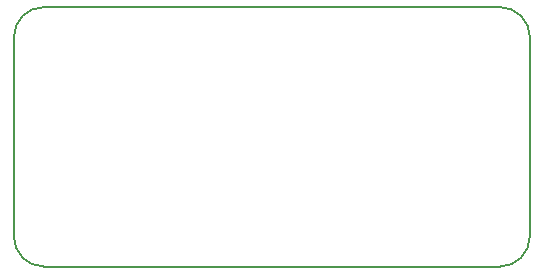
<source format=gko>
G04*
G04 #@! TF.GenerationSoftware,Altium Limited,Altium Designer,21.6.4 (81)*
G04*
G04 Layer_Color=16711935*
%FSLAX44Y44*%
%MOMM*%
G71*
G04*
G04 #@! TF.SameCoordinates,711A6483-5E67-4E50-9913-089A3A40D486*
G04*
G04*
G04 #@! TF.FilePolarity,Positive*
G04*
G01*
G75*
%ADD12C,0.1524*%
D12*
X0Y194310D02*
G03*
X-25400Y168910I0J-25400D01*
G01*
Y0D02*
G03*
X0Y-25400I25400J0D01*
G01*
X411480Y168910D02*
G03*
X386080Y194310I-25400J0D01*
G01*
Y-25400D02*
G03*
X411480Y0I0J25400D01*
G01*
X0Y194310D02*
X386080D01*
X411480Y0D02*
Y168910D01*
X0Y-25400D02*
X386080D01*
X-25400Y0D02*
Y168910D01*
M02*

</source>
